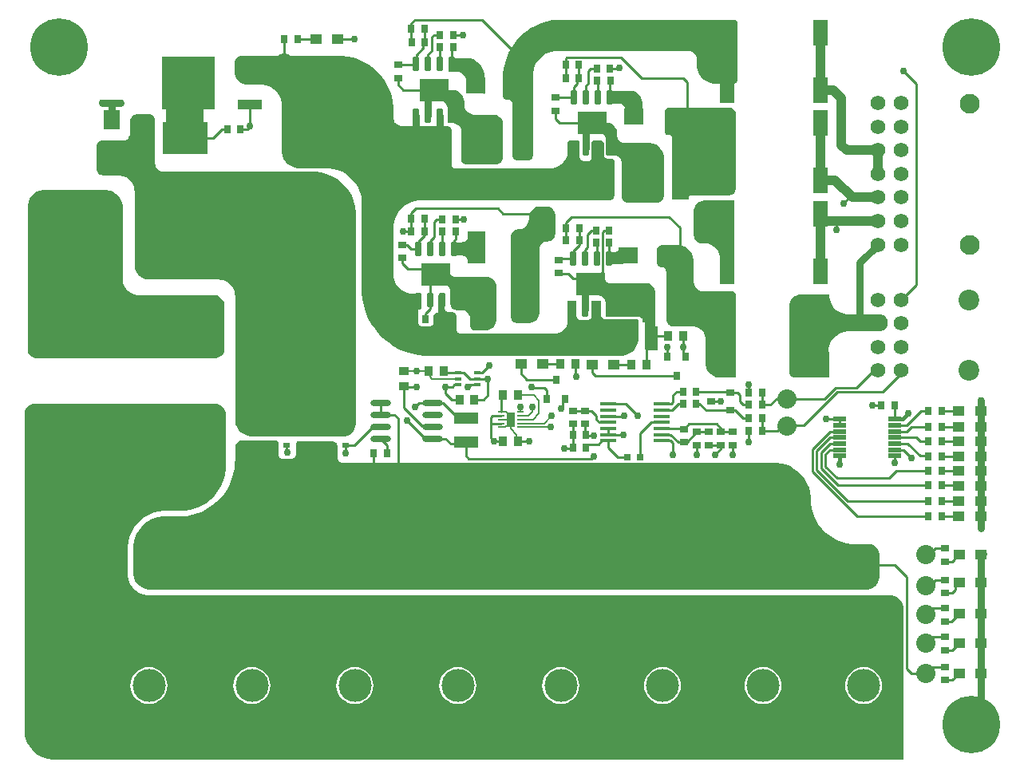
<source format=gtl>
G04*
G04 #@! TF.GenerationSoftware,Altium Limited,Altium Designer,19.1.7 (138)*
G04*
G04 Layer_Physical_Order=1*
G04 Layer_Color=255*
%FSLAX25Y25*%
%MOIN*%
G70*
G01*
G75*
%ADD11C,0.01000*%
%ADD19C,0.03000*%
%ADD20R,0.02559X0.01575*%
%ADD21R,0.03543X0.03937*%
%ADD22R,0.03150X0.03543*%
%ADD23R,0.04921X0.04331*%
%ADD24R,0.03937X0.03543*%
%ADD25R,0.03543X0.02756*%
%ADD26R,0.02756X0.03543*%
%ADD27R,0.06600X0.01400*%
%ADD28R,0.06200X0.11100*%
%ADD29R,0.07874X0.07087*%
%ADD30R,0.03740X0.06693*%
G04:AMPARAMS|DCode=31|XSize=94.49mil|YSize=122.05mil|CornerRadius=1.89mil|HoleSize=0mil|Usage=FLASHONLY|Rotation=270.000|XOffset=0mil|YOffset=0mil|HoleType=Round|Shape=RoundedRectangle|*
%AMROUNDEDRECTD31*
21,1,0.09449,0.11827,0,0,270.0*
21,1,0.09071,0.12205,0,0,270.0*
1,1,0.00378,-0.05913,-0.04535*
1,1,0.00378,-0.05913,0.04535*
1,1,0.00378,0.05913,0.04535*
1,1,0.00378,0.05913,-0.04535*
%
%ADD31ROUNDEDRECTD31*%
G04:AMPARAMS|DCode=32|XSize=23.62mil|YSize=57.09mil|CornerRadius=2.01mil|HoleSize=0mil|Usage=FLASHONLY|Rotation=0.000|XOffset=0mil|YOffset=0mil|HoleType=Round|Shape=RoundedRectangle|*
%AMROUNDEDRECTD32*
21,1,0.02362,0.05307,0,0,0.0*
21,1,0.01961,0.05709,0,0,0.0*
1,1,0.00402,0.00980,-0.02653*
1,1,0.00402,-0.00980,-0.02653*
1,1,0.00402,-0.00980,0.02653*
1,1,0.00402,0.00980,0.02653*
%
%ADD32ROUNDEDRECTD32*%
%ADD33R,0.22441X0.22173*%
%ADD34R,0.10236X0.04173*%
G04:AMPARAMS|DCode=35|XSize=17.72mil|YSize=55.12mil|CornerRadius=1.95mil|HoleSize=0mil|Usage=FLASHONLY|Rotation=90.000|XOffset=0mil|YOffset=0mil|HoleType=Round|Shape=RoundedRectangle|*
%AMROUNDEDRECTD35*
21,1,0.01772,0.05122,0,0,90.0*
21,1,0.01382,0.05512,0,0,90.0*
1,1,0.00390,0.02561,0.00691*
1,1,0.00390,0.02561,-0.00691*
1,1,0.00390,-0.02561,-0.00691*
1,1,0.00390,-0.02561,0.00691*
%
%ADD35ROUNDEDRECTD35*%
%ADD36R,0.10236X0.04724*%
%ADD38R,0.07284X0.13386*%
%ADD39O,0.08661X0.02756*%
%ADD40R,0.06693X0.03740*%
%ADD41R,0.19134X0.13228*%
%ADD42R,0.05512X0.05472*%
%ADD43R,0.07087X0.08268*%
%ADD44R,0.03543X0.03150*%
%ADD45R,0.02559X0.02756*%
%ADD46R,0.34449X0.20472*%
%ADD52R,0.02756X0.00906*%
%ADD83R,0.03600X0.05900*%
%ADD84R,0.02559X0.02480*%
%ADD85C,0.00800*%
%ADD86C,0.04000*%
%ADD87C,0.01700*%
%ADD88C,0.08000*%
%ADD89C,0.06142*%
%ADD90C,0.08661*%
%ADD91C,0.11024*%
%ADD92C,0.13780*%
%ADD93C,0.37402*%
%ADD94C,0.08268*%
%ADD95C,0.24016*%
%ADD96C,0.03000*%
%ADD97C,0.02000*%
%ADD98C,0.03200*%
G36*
X399500Y412000D02*
X399749Y412000D01*
X400208Y411810D01*
X400560Y411458D01*
X400750Y410999D01*
Y410750D01*
X400750Y386930D01*
X400750Y386929D01*
Y386595D01*
X400494Y385978D01*
X400022Y385506D01*
X399405Y385250D01*
X399070D01*
X391750Y385250D01*
X390974Y385250D01*
X389453Y385553D01*
X388019Y386146D01*
X386729Y387008D01*
X385632Y388106D01*
X384770Y389395D01*
X384176Y390829D01*
X383874Y392351D01*
Y393126D01*
X383874Y395093D01*
X383874Y395093D01*
X383855Y395476D01*
X383705Y396228D01*
X383412Y396935D01*
X382987Y397572D01*
X382445Y398113D01*
X381809Y398539D01*
X381101Y398832D01*
X380350Y398981D01*
X379967Y399000D01*
X325754D01*
X325754Y399000D01*
X324740Y398950D01*
X322750Y398554D01*
X320875Y397778D01*
X319188Y396650D01*
X317753Y395215D01*
X316625Y393528D01*
X315849Y391653D01*
X315453Y389663D01*
X315403Y388649D01*
X315403Y355586D01*
X315403Y355586D01*
X315403Y355117D01*
X315044Y354251D01*
X314381Y353587D01*
X313514Y353228D01*
X313045Y353228D01*
X308817Y353228D01*
X308817D01*
X308405Y353228D01*
X307644Y353544D01*
X307061Y354126D01*
X306746Y354887D01*
X306746Y355299D01*
Y377058D01*
X306746Y377058D01*
X306717Y377356D01*
X306489Y377907D01*
X306067Y378329D01*
X305517Y378557D01*
X305218Y378586D01*
X304500Y378586D01*
X304500D01*
X304192Y378586D01*
X303623Y378822D01*
X303188Y379257D01*
X302952Y379826D01*
X302952Y380134D01*
Y387965D01*
X302952Y389146D01*
X303183Y391496D01*
X303644Y393812D01*
X304330Y396072D01*
X305233Y398254D01*
X306347Y400337D01*
X307659Y402300D01*
X309157Y404125D01*
X310826Y405795D01*
X312652Y407294D01*
X314616Y408605D01*
X316698Y409719D01*
X318880Y410622D01*
X321140Y411308D01*
X323456Y411768D01*
X325806Y412000D01*
X326987Y412000D01*
X399500Y412000D01*
X399500Y412000D01*
D02*
G37*
G36*
X233970Y397000D02*
X233970Y397000D01*
X235494Y397000D01*
X238517Y396602D01*
X241461Y395813D01*
X244278Y394647D01*
X246918Y393123D01*
X249336Y391267D01*
X251492Y389111D01*
X253347Y386693D01*
X254871Y384053D01*
X256038Y381237D01*
X256827Y378292D01*
X257225Y375270D01*
X257225Y373745D01*
X257225Y370744D01*
Y370744D01*
X257239Y370451D01*
X257354Y369875D01*
X257578Y369333D01*
X257904Y368845D01*
X258319Y368430D01*
X258807Y368104D01*
X259350Y367879D01*
X259925Y367764D01*
X260219Y367750D01*
X279218Y367750D01*
X279218Y367750D01*
X279666Y367750D01*
X280493Y367407D01*
X281126Y366774D01*
X281469Y365947D01*
X281469Y365499D01*
X281469Y351099D01*
Y351099D01*
X281490Y350885D01*
X281654Y350488D01*
X281957Y350185D01*
X282354Y350021D01*
X282568Y350000D01*
X322563Y350000D01*
X322563D01*
X323289Y350036D01*
X324713Y350319D01*
X326054Y350874D01*
X327261Y351681D01*
X328288Y352708D01*
X329094Y353915D01*
X329650Y355256D01*
X329933Y356680D01*
X329969Y357406D01*
X329969Y360500D01*
D01*
Y360500D01*
Y360500D01*
X329969Y360749D01*
X330159Y361208D01*
X330511Y361560D01*
X330970Y361750D01*
X331219Y361750D01*
X333672Y361750D01*
X333671Y361750D01*
X333920Y361750D01*
X334380Y361560D01*
X334731Y361208D01*
X334922Y360749D01*
X334922Y360500D01*
X334922Y354797D01*
Y354797D01*
X334956Y354447D01*
X335224Y353799D01*
X335720Y353303D01*
X336368Y353035D01*
X336719Y353000D01*
X338468Y353000D01*
X338761Y353029D01*
X339302Y353253D01*
X339716Y353667D01*
X339940Y354208D01*
X339969Y354501D01*
X339969Y360680D01*
D01*
Y360680D01*
Y360680D01*
X339969Y360893D01*
X340131Y361286D01*
X340432Y361587D01*
X340826Y361750D01*
X341038Y361750D01*
X343345Y361750D01*
X343345Y361750D01*
X343679Y361750D01*
X344296Y361494D01*
X344769Y361022D01*
X345025Y360404D01*
X345025Y360070D01*
X345025Y355625D01*
Y355624D01*
X345056Y355308D01*
X345299Y354722D01*
X345747Y354274D01*
X346332Y354031D01*
X346649Y354000D01*
X348219Y354000D01*
X348219Y354000D01*
X348467Y354000D01*
X348927Y353810D01*
X349278Y353458D01*
X349469Y352999D01*
X349469Y352750D01*
X349469Y350000D01*
X349469Y339000D01*
X349469Y339000D01*
X349469Y338503D01*
X349088Y337584D01*
X348385Y336881D01*
X347466Y336500D01*
X346969Y336500D01*
X268245Y336500D01*
X268244Y336500D01*
X267524Y336476D01*
X266095Y336288D01*
X264702Y335915D01*
X263370Y335364D01*
X262122Y334643D01*
X260979Y333765D01*
X259959Y332746D01*
X259082Y331603D01*
X258361Y330354D01*
X257809Y329022D01*
X257436Y327630D01*
X257248Y326201D01*
X257225Y325480D01*
X257225Y305516D01*
Y305516D01*
X257263Y304730D01*
X257570Y303189D01*
X258171Y301737D01*
X259044Y300430D01*
X260155Y299319D01*
X261462Y298446D01*
X262914Y297845D01*
X264455Y297538D01*
X265241Y297500D01*
X267875Y297500D01*
X267875Y297500D01*
X268092Y297500D01*
X268495Y297334D01*
X268803Y297026D01*
X268969Y296624D01*
X268969Y296406D01*
X268969Y292000D01*
X268969Y292000D01*
X268969Y291801D01*
X268816Y291434D01*
X268535Y291152D01*
X268168Y291000D01*
X267969Y291000D01*
X267969Y291000D01*
X267871Y290990D01*
X267691Y290916D01*
X267553Y290778D01*
X267478Y290598D01*
X267469Y290500D01*
Y285500D01*
Y285500D01*
X267497Y285207D01*
X267721Y284666D01*
X268135Y284252D01*
X268676Y284029D01*
X268969Y284000D01*
X272319D01*
X272641Y284031D01*
X273236Y284277D01*
X273692Y284732D01*
X273938Y285328D01*
X273969Y285650D01*
X273969Y288256D01*
X273969Y288256D01*
X273968Y288506D01*
X274159Y288968D01*
X274513Y289322D01*
X274975Y289512D01*
X275225Y289512D01*
X275225Y289512D01*
X275349Y289524D01*
X275580Y289618D01*
X275756Y289795D01*
X275851Y290025D01*
X275863Y290150D01*
X275863Y296574D01*
X275863Y296574D01*
X275862Y296828D01*
X276056Y297296D01*
X276414Y297655D01*
X276883Y297848D01*
X277136Y297848D01*
X277136Y297848D01*
X277401Y297848D01*
X277891Y297645D01*
X278267Y297270D01*
X278469Y296780D01*
X278469Y296515D01*
X278469Y291500D01*
Y291500D01*
X278497Y291207D01*
X278721Y290666D01*
X279135Y290252D01*
X279676Y290029D01*
X279969Y290000D01*
X281469Y290000D01*
X281469Y290000D01*
X281867Y290000D01*
X282602Y289696D01*
X283165Y289133D01*
X283469Y288398D01*
X283469Y288000D01*
X283469Y282544D01*
Y282544D01*
X283499Y282238D01*
X283733Y281673D01*
X284165Y281240D01*
X284731Y281006D01*
X285036Y280976D01*
X324445D01*
X324445Y280976D01*
X324987Y281003D01*
X326049Y281213D01*
X327050Y281628D01*
X327950Y282229D01*
X328716Y282995D01*
X329317Y283896D01*
X329732Y284896D01*
X329942Y285959D01*
X329969Y286500D01*
X329969Y294500D01*
X333469D01*
X333469Y288575D01*
Y288575D01*
X333505Y288206D01*
X333787Y287525D01*
X334309Y287003D01*
X334990Y286721D01*
X335359Y286685D01*
X338154D01*
X338508Y286719D01*
X339163Y286990D01*
X339664Y287491D01*
X339934Y288146D01*
X339969Y288500D01*
X339969Y294500D01*
X343799D01*
X343799Y288769D01*
Y288769D01*
X343833Y288423D01*
X344097Y287786D01*
X344585Y287298D01*
X345223Y287034D01*
X345568Y287000D01*
X358469Y287000D01*
X358469Y287000D01*
X358668Y287000D01*
X359036Y286848D01*
X359317Y286567D01*
X359469Y286199D01*
X359469Y286000D01*
X359469Y279043D01*
X359469Y279043D01*
X359469Y278325D01*
X359189Y276916D01*
X358639Y275589D01*
X357840Y274394D01*
X356825Y273378D01*
X355630Y272580D01*
X354303Y272030D01*
X352894Y271750D01*
X352175Y271750D01*
X271355Y271750D01*
Y271750D01*
X270009Y271750D01*
X267332Y272014D01*
X264692Y272539D01*
X262118Y273320D01*
X259632Y274349D01*
X257259Y275618D01*
X255021Y277113D01*
X252941Y278820D01*
X251039Y280722D01*
X249332Y282802D01*
X247837Y285040D01*
X246568Y287413D01*
X245539Y289899D01*
X244758Y292474D01*
X244233Y295113D01*
X243969Y297791D01*
Y299136D01*
X243969Y335251D01*
X243968Y335250D01*
X243936Y336215D01*
X243685Y338128D01*
X243186Y339991D01*
X242448Y341774D01*
X241483Y343445D01*
X240309Y344975D01*
X238945Y346340D01*
X237414Y347514D01*
X235743Y348479D01*
X233961Y349217D01*
X232097Y349717D01*
X230184Y349968D01*
X229220Y350000D01*
X217812D01*
X217089Y350000D01*
X215670Y350282D01*
X214334Y350836D01*
X213131Y351640D01*
X212108Y352663D01*
X211304Y353866D01*
X210751Y355202D01*
X210469Y356621D01*
X210469Y357345D01*
X210469Y376250D01*
X210468Y376250D01*
X210426Y377107D01*
X210092Y378789D01*
X209435Y380374D01*
X208483Y381801D01*
X207270Y383014D01*
X205843Y383967D01*
X204259Y384623D01*
X202576Y384958D01*
X201719Y385000D01*
X195969Y385000D01*
X195969Y385000D01*
X195460D01*
X194462Y385199D01*
X193522Y385588D01*
X192675Y386154D01*
X191956Y386873D01*
X191391Y387719D01*
X191001Y388659D01*
X190803Y389657D01*
Y390166D01*
Y393834D01*
X190803Y393833D01*
X190803Y394145D01*
X190924Y394757D01*
X191163Y395333D01*
X191509Y395852D01*
X191950Y396293D01*
X192469Y396640D01*
X193045Y396879D01*
X193657Y397000D01*
X193969Y397000D01*
X210469Y397000D01*
X233970Y397000D01*
D02*
G37*
G36*
X287354Y396072D02*
X288116Y396072D01*
X289610Y395775D01*
X291018Y395192D01*
X292285Y394345D01*
X293362Y393268D01*
X294208Y392001D01*
X294791Y390594D01*
X295089Y389100D01*
X295089Y388338D01*
X295089Y388338D01*
X295089Y381087D01*
X287500Y385250D01*
X287500Y386164D01*
X287480Y386572D01*
X287321Y387371D01*
X287009Y388124D01*
X286556Y388801D01*
X285980Y389377D01*
X285303Y389830D01*
X284550Y390142D01*
X283751Y390301D01*
X283343Y390321D01*
X283343Y390321D01*
X280028Y390321D01*
Y396072D01*
X287354Y396072D01*
D02*
G37*
G36*
X398937Y374877D02*
X399627Y374187D01*
X400000Y373286D01*
X400000Y372798D01*
X400000Y341400D01*
X400000Y341400D01*
X400000Y341139D01*
X399898Y340627D01*
X399698Y340145D01*
X399408Y339711D01*
X399039Y339342D01*
X398605Y339052D01*
X398123Y338853D01*
X397611Y338751D01*
X397350D01*
X381186Y338751D01*
X381186Y338751D01*
X381042Y338737D01*
X380777Y338627D01*
X380574Y338423D01*
X380464Y338158D01*
X380450Y338015D01*
Y336958D01*
X373617D01*
X373617Y362484D01*
X373617Y362484D01*
X373586Y362795D01*
X373348Y363368D01*
X372909Y363808D01*
X372336Y364045D01*
X372025Y364076D01*
X371453Y364076D01*
X371453Y364076D01*
X371264D01*
X370913Y364221D01*
X370645Y364489D01*
X370500Y364840D01*
X370500Y365029D01*
Y373576D01*
X370500Y373576D01*
X370500Y373909D01*
X370755Y374524D01*
X371226Y374995D01*
X371841Y375250D01*
X372174Y375250D01*
X397548Y375250D01*
X397548Y375250D01*
X398036Y375250D01*
X398937Y374877D01*
D02*
G37*
G36*
X156416Y372119D02*
X157119Y371416D01*
X157500Y370497D01*
X157500Y370000D01*
X157500Y370000D01*
Y352266D01*
X157518Y351900D01*
X157661Y351182D01*
X157941Y350506D01*
X158348Y349897D01*
X158865Y349379D01*
X159474Y348973D01*
X160151Y348692D01*
X160869Y348550D01*
X161235Y348532D01*
X161235D01*
X223468Y348532D01*
X224650Y348532D01*
X226994Y348223D01*
X229277Y347611D01*
X231461Y346707D01*
X233508Y345525D01*
X235383Y344086D01*
X237054Y342414D01*
X238493Y340539D01*
X239675Y338492D01*
X240580Y336309D01*
X241192Y334025D01*
X241500Y331682D01*
X241500Y330500D01*
X241500Y330500D01*
X241500Y243331D01*
Y242806D01*
X241295Y241776D01*
X240893Y240806D01*
X240310Y239933D01*
X239567Y239190D01*
X238694Y238607D01*
X237724Y238205D01*
X236694Y238000D01*
X236169D01*
Y238000D01*
X216652Y238000D01*
X198184Y238000D01*
X197477Y238000D01*
X196089Y238276D01*
X194781Y238818D01*
X193605Y239604D01*
X192604Y240604D01*
X191818Y241781D01*
X191276Y243089D01*
X191000Y244477D01*
X191000Y245184D01*
X191000Y245184D01*
X191000Y296500D01*
X190967Y297180D01*
X190701Y298515D01*
X190181Y299772D01*
X189425Y300903D01*
X188462Y301866D01*
X187331Y302621D01*
X186074Y303142D01*
X184739Y303408D01*
X184059Y303441D01*
X184059Y303441D01*
X155234Y303441D01*
X154620Y303441D01*
X153416Y303680D01*
X152281Y304150D01*
X151260Y304833D01*
X150392Y305701D01*
X149709Y306722D01*
X149240Y307857D01*
X149000Y309061D01*
X149000Y309675D01*
Y309675D01*
X149000Y340303D01*
X148968Y340959D01*
X148712Y342247D01*
X148209Y343460D01*
X147480Y344551D01*
X146551Y345480D01*
X145460Y346209D01*
X144247Y346711D01*
X142959Y346968D01*
X142303Y347000D01*
X142303Y347000D01*
X136000Y347000D01*
X135705Y347000D01*
X135125Y347115D01*
X134579Y347341D01*
X134088Y347670D01*
X133670Y348088D01*
X133341Y348579D01*
X133115Y349125D01*
X133000Y349704D01*
X133000Y350000D01*
Y350000D01*
Y359000D01*
Y359497D01*
X133381Y360416D01*
X134084Y361119D01*
X135003Y361500D01*
X135500D01*
X135500Y361500D01*
X144500Y361500D01*
X144988Y361548D01*
X145889Y361921D01*
X146579Y362611D01*
X146952Y363512D01*
X147000Y364000D01*
X147000Y364000D01*
X147000Y369500D01*
Y369795D01*
X147115Y370375D01*
X147341Y370921D01*
X147670Y371412D01*
X148088Y371830D01*
X148579Y372159D01*
X149125Y372385D01*
X149704Y372500D01*
X150000D01*
X150000Y372500D01*
X155000Y372500D01*
X155497Y372500D01*
X156416Y372119D01*
D02*
G37*
G36*
X355969Y382356D02*
X355969Y382356D01*
X356476Y382356D01*
X357469Y382158D01*
X358405Y381771D01*
X359247Y381208D01*
X359963Y380492D01*
X360526Y379650D01*
X360913Y378714D01*
X361111Y377721D01*
Y377214D01*
Y368228D01*
X353883D01*
X353883Y374833D01*
X353883D01*
X353841Y375256D01*
X353518Y376037D01*
X352920Y376635D01*
X352139Y376958D01*
X351716Y377000D01*
X347250Y377000D01*
X347500Y382356D01*
X355969Y382356D01*
D02*
G37*
G36*
X177750Y366797D02*
X162000D01*
Y376500D01*
X177750D01*
Y366797D01*
D02*
G37*
G36*
X281569Y382750D02*
X282078Y382750D01*
X283078Y382551D01*
X284019Y382161D01*
X284867Y381595D01*
X285587Y380874D01*
X286153Y380027D01*
X286543Y379086D01*
X286742Y378086D01*
Y377577D01*
X286742Y376620D01*
X286742Y376619D01*
X286763Y376190D01*
X286930Y375349D01*
X287259Y374557D01*
X287735Y373844D01*
X288342Y373238D01*
X289055Y372761D01*
X289847Y372433D01*
X290688Y372266D01*
X291117Y372245D01*
X299060D01*
X299060Y372245D01*
X299444Y372245D01*
X300195Y372095D01*
X300904Y371802D01*
X301541Y371376D01*
X302083Y370834D01*
X302509Y370197D01*
X302802Y369488D01*
X302952Y368736D01*
X302952Y368353D01*
X302952Y354805D01*
X302952Y354805D01*
X302952Y354479D01*
X302825Y353841D01*
X302576Y353239D01*
X302214Y352698D01*
X301754Y352238D01*
X301213Y351876D01*
X300611Y351627D01*
X299973Y351500D01*
X299647Y351500D01*
X287437D01*
X287437Y351500D01*
X287055Y351500D01*
X286350Y351792D01*
X285810Y352332D01*
X285518Y353037D01*
X285518Y353418D01*
X285518Y365272D01*
X285518Y365271D01*
X285501Y365622D01*
X285364Y366309D01*
X285096Y366956D01*
X284707Y367538D01*
X284212Y368034D01*
X283630Y368423D01*
X282983Y368691D01*
X282296Y368827D01*
X281945Y368845D01*
X280906Y368845D01*
X280905D01*
X280662Y368845D01*
X280212Y369031D01*
X279868Y369375D01*
X279681Y369825D01*
X279681Y370069D01*
Y375571D01*
X279681Y375571D01*
X279634Y376052D01*
X279266Y376940D01*
X278586Y377620D01*
X277698Y377988D01*
X277217Y378036D01*
X276416Y378036D01*
Y382750D01*
X281569D01*
X281569Y382750D01*
D02*
G37*
G36*
X138725Y340714D02*
X140080Y340152D01*
X141300Y339337D01*
X142337Y338300D01*
X143152Y337080D01*
X143714Y335725D01*
X144000Y334286D01*
X144000Y333553D01*
X144000Y333553D01*
X144000Y303800D01*
X144033Y303133D01*
X144293Y301826D01*
X144803Y300594D01*
X145543Y299486D01*
X146486Y298544D01*
X147594Y297803D01*
X148826Y297293D01*
X150133Y297033D01*
X150800Y297000D01*
X150800Y297000D01*
X182097Y297000D01*
X182531Y297000D01*
X183381Y296831D01*
X184183Y296499D01*
X184904Y296017D01*
X185517Y295404D01*
X185999Y294683D01*
X186331Y293881D01*
X186500Y293031D01*
X186500Y292597D01*
X186500Y292597D01*
X186500Y274357D01*
X186500Y273999D01*
X186360Y273296D01*
X186086Y272635D01*
X185688Y272039D01*
X185182Y271532D01*
X184586Y271134D01*
X183924Y270860D01*
X183222Y270721D01*
X182863Y270721D01*
X182863D01*
X107780Y270721D01*
X107457D01*
X106823Y270847D01*
X106226Y271094D01*
X105689Y271453D01*
X105232Y271909D01*
X104873Y272447D01*
X104626Y273043D01*
X104500Y273677D01*
Y274000D01*
X104500D01*
Y334000D01*
Y334689D01*
X104769Y336042D01*
X105297Y337316D01*
X106063Y338462D01*
X107038Y339437D01*
X108184Y340203D01*
X109458Y340731D01*
X110810Y341000D01*
X111500D01*
X111500Y341000D01*
X124000Y341000D01*
X136553Y341000D01*
X137286Y341000D01*
X138725Y340714D01*
D02*
G37*
G36*
X399350Y312228D02*
X393500Y312228D01*
X393500Y312228D01*
X393465Y312894D01*
X393189Y314196D01*
X392647Y315412D01*
X391865Y316490D01*
X390876Y317381D01*
X389724Y318047D01*
X388458Y318460D01*
X387134Y318600D01*
X386468Y318566D01*
X386077Y318566D01*
X385311Y318718D01*
X384589Y319017D01*
X383939Y319451D01*
X383386Y320004D01*
X382951Y320654D01*
X382652Y321376D01*
X382500Y322143D01*
X382500Y322534D01*
Y331810D01*
X382500Y331810D01*
X382500Y332272D01*
X382680Y333178D01*
X383034Y334031D01*
X383547Y334800D01*
X384200Y335453D01*
X384968Y335966D01*
X385822Y336320D01*
X386728Y336500D01*
X387190Y336500D01*
X399500Y336500D01*
X399350Y312228D01*
D02*
G37*
G36*
X346169Y369000D02*
X346169Y369000D01*
X346607Y369000D01*
X347465Y368829D01*
X348273Y368494D01*
X349001Y368008D01*
X349619Y367390D01*
X350106Y366662D01*
X350440Y365854D01*
X350611Y364996D01*
Y364558D01*
X350611Y363517D01*
X350611Y363517D01*
X350625Y363233D01*
X350736Y362677D01*
X350953Y362153D01*
X351268Y361682D01*
X351669Y361281D01*
X352140Y360966D01*
X352664Y360749D01*
X353220Y360638D01*
X353504Y360624D01*
X363671D01*
X363671Y360624D01*
X364300Y360624D01*
X365535Y360379D01*
X366699Y359897D01*
X367746Y359197D01*
X368636Y358307D01*
X369335Y357260D01*
X369817Y356097D01*
X370063Y354862D01*
Y354232D01*
X370063Y338666D01*
X370063Y338666D01*
X370063Y338349D01*
X369939Y337729D01*
X369697Y337144D01*
X369346Y336618D01*
X368898Y336170D01*
X368372Y335819D01*
X367787Y335576D01*
X367167Y335453D01*
X366850Y335453D01*
X355237Y335453D01*
X355237Y335453D01*
X354956Y335453D01*
X354403Y335563D01*
X353883Y335778D01*
X353415Y336091D01*
X353016Y336490D01*
X352703Y336958D01*
X352488Y337478D01*
X352378Y338031D01*
X352378Y338312D01*
X352378Y352507D01*
X352378Y352507D01*
X352365Y352776D01*
X352260Y353303D01*
X352054Y353800D01*
X351755Y354247D01*
X351375Y354627D01*
X350928Y354926D01*
X350431Y355132D01*
X349904Y355237D01*
X349635Y355250D01*
X346614Y355250D01*
X346473D01*
X346213Y355358D01*
X346014Y355557D01*
X345907Y355817D01*
X345907Y355957D01*
X345907Y361494D01*
X345907Y362393D01*
X345907Y362393D01*
X345871Y362755D01*
X345594Y363425D01*
X345082Y363937D01*
X344412Y364214D01*
X344050Y364250D01*
X343543Y364250D01*
Y369000D01*
X346169Y369000D01*
D02*
G37*
G36*
X320968Y334032D02*
X321340Y334032D01*
X322070Y333887D01*
X322758Y333602D01*
X323377Y333188D01*
X323903Y332662D01*
X324317Y332043D01*
X324602Y331355D01*
X324747Y330625D01*
X324747Y330253D01*
X324747Y323004D01*
X324747Y323004D01*
Y322638D01*
X324604Y321920D01*
X324324Y321244D01*
X323918Y320635D01*
X323400Y320117D01*
X322791Y319711D01*
X322115Y319431D01*
X321397Y319288D01*
X321031D01*
X321031Y319288D01*
X320734Y319273D01*
X320151Y319157D01*
X319602Y318930D01*
X319108Y318600D01*
X318688Y318180D01*
X318358Y317686D01*
X318130Y317137D01*
X318015Y316554D01*
X318000Y316257D01*
X318000Y289644D01*
X318000Y289644D01*
Y289219D01*
X317834Y288385D01*
X317509Y287599D01*
X317036Y286893D01*
X316435Y286291D01*
X315728Y285819D01*
X314943Y285494D01*
X314109Y285328D01*
X310671D01*
X308849Y285367D01*
X308849D01*
X308567Y285373D01*
X308014Y285493D01*
X307495Y285718D01*
X307029Y286039D01*
X306633Y286443D01*
X306323Y286916D01*
X306109Y287440D01*
X306000Y287995D01*
X306000Y288278D01*
X306000Y321158D01*
Y321487D01*
X306128Y322133D01*
X306380Y322741D01*
X306746Y323288D01*
X307212Y323754D01*
X307759Y324120D01*
X308367Y324372D01*
X309013Y324500D01*
X309342D01*
X309342Y324500D01*
X309775Y324521D01*
X310624Y324690D01*
X311424Y325021D01*
X312144Y325501D01*
X312757Y326113D01*
X313238Y326832D01*
X313571Y327631D01*
X313741Y328480D01*
X313763Y328913D01*
X313764Y329527D01*
X313764Y329527D01*
X313765Y329971D01*
X313939Y330841D01*
X314280Y331662D01*
X314774Y332399D01*
X315403Y333027D01*
X316142Y333520D01*
X316962Y333859D01*
X317833Y334032D01*
X318277Y334032D01*
X320968Y334032D01*
X320968Y334032D01*
D02*
G37*
G36*
X292000Y310500D02*
X288475D01*
X288475Y310500D01*
X288460Y310794D01*
X288346Y311371D01*
X288121Y311914D01*
X287794Y312403D01*
X287378Y312819D01*
X286889Y313146D01*
X286346Y313371D01*
X285769Y313486D01*
X285475Y313500D01*
X282414Y313500D01*
X282394Y319000D01*
X285197Y319000D01*
D01*
X285197D01*
X285197D01*
X285518Y319016D01*
X286149Y319141D01*
X286742Y319387D01*
X287277Y319744D01*
X287731Y320198D01*
X288088Y320733D01*
X288334Y321326D01*
X288459Y321956D01*
X288475Y322278D01*
X292000Y322278D01*
Y310500D01*
D02*
G37*
G36*
X375500Y318000D02*
X376189Y318000D01*
X377542Y317731D01*
X378816Y317203D01*
X379962Y316437D01*
X380937Y315462D01*
X381703Y314316D01*
X382231Y313042D01*
X382500Y311689D01*
X382500Y311000D01*
X382500Y311000D01*
X382500Y302733D01*
X382520Y302318D01*
X382682Y301504D01*
X383000Y300738D01*
X383461Y300048D01*
X384048Y299461D01*
X384738Y299000D01*
X385504Y298682D01*
X386318Y298520D01*
X386733Y298500D01*
X386733D01*
X398500Y298500D01*
X398798Y298500D01*
X399350Y298272D01*
X399772Y297850D01*
X400000Y297298D01*
X400000Y297000D01*
X400000Y297000D01*
X400000Y264500D01*
Y264102D01*
X399695Y263367D01*
X399133Y262805D01*
X398398Y262500D01*
X398000Y262500D01*
X393500D01*
X392909Y262500D01*
X391750Y262731D01*
X390658Y263183D01*
X389675Y263840D01*
X388840Y264675D01*
X388183Y265658D01*
X387731Y266750D01*
X387500Y267909D01*
X387500Y268500D01*
Y268500D01*
X387500Y278730D01*
X387475Y279237D01*
X387278Y280230D01*
X386890Y281165D01*
X386327Y282007D01*
X385611Y282723D01*
X384769Y283286D01*
X383834Y283674D01*
X382840Y283871D01*
X382334Y283896D01*
X382334Y283896D01*
X374251Y283896D01*
X373931Y283896D01*
X373303Y284021D01*
X372711Y284266D01*
X372179Y284622D01*
X371726Y285075D01*
X371370Y285607D01*
X371125Y286199D01*
X371000Y286827D01*
Y287147D01*
Y287147D01*
X371000Y307000D01*
X370971Y307293D01*
X370747Y307833D01*
X370333Y308247D01*
X369793Y308471D01*
X369500Y308500D01*
X369500Y308500D01*
X369049D01*
X368216Y308845D01*
X367578Y309483D01*
X367233Y310316D01*
Y310767D01*
Y310767D01*
X367233Y315733D01*
Y316184D01*
X367579Y317017D01*
X368216Y317655D01*
X369049Y318000D01*
X369500Y318000D01*
X369500Y318000D01*
X375500Y318000D01*
D02*
G37*
G36*
X353000Y309899D02*
X347000D01*
Y315000D01*
X349500Y315000D01*
X349890Y315038D01*
X350611Y315337D01*
X351163Y315889D01*
X351462Y316610D01*
X351500Y317000D01*
X351500Y317000D01*
X353000Y317000D01*
Y309899D01*
D02*
G37*
G36*
X439022Y297250D02*
X439062Y296422D01*
X439386Y294799D01*
X440019Y293269D01*
X440939Y291893D01*
X442109Y290722D01*
X443486Y289803D01*
X445015Y289169D01*
X446639Y288846D01*
X447466Y288805D01*
X460444D01*
X460444Y288805D01*
X460745Y288805D01*
X461336Y288688D01*
X461892Y288458D01*
X462392Y288123D01*
X462818Y287698D01*
X463152Y287197D01*
X463383Y286641D01*
X463500Y286051D01*
Y285750D01*
X463500Y285092D01*
X463500Y285092D01*
X463500Y284787D01*
X463381Y284190D01*
X463148Y283627D01*
X462810Y283121D01*
X462379Y282690D01*
X461873Y282352D01*
X461310Y282119D01*
X460713Y282000D01*
X460408Y282000D01*
X447520Y282000D01*
X447520Y282000D01*
X446677Y281959D01*
X445025Y281630D01*
X443469Y280985D01*
X442069Y280049D01*
X440878Y278858D01*
X439942Y277458D01*
X439297Y275902D01*
X438969Y274250D01*
X438927Y273407D01*
X438927Y262731D01*
X439022Y262615D01*
X424896Y262615D01*
X424896D01*
X424419Y262615D01*
X423539Y262980D01*
X422865Y263654D01*
X422500Y264534D01*
X422500Y265011D01*
X422500Y292704D01*
X422500Y293142D01*
X422671Y294001D01*
X423006Y294810D01*
X423492Y295538D01*
X424111Y296157D01*
X424839Y296643D01*
X425649Y296978D01*
X426508Y297149D01*
X426945Y297149D01*
X439022Y297250D01*
Y297250D01*
D02*
G37*
G36*
X280882Y306516D02*
X280882Y306516D01*
X280921Y306122D01*
X281222Y305396D01*
X281778Y304840D01*
X282505Y304539D01*
X282898Y304500D01*
X296382Y304500D01*
X296382Y304500D01*
X296738Y304500D01*
X297437Y304361D01*
X298096Y304088D01*
X298688Y303692D01*
X299192Y303188D01*
X299588Y302596D01*
X299861Y301938D01*
X300000Y301239D01*
Y300882D01*
X300000Y286655D01*
X299999Y286654D01*
X299999Y286234D01*
X299836Y285411D01*
X299514Y284635D01*
X299048Y283937D01*
X298454Y283343D01*
X297756Y282876D01*
X296980Y282555D01*
X296156Y282391D01*
X295736D01*
X291104Y282391D01*
X291104D01*
X290686Y282391D01*
X289912Y282712D01*
X289320Y283304D01*
X289000Y284077D01*
X289000Y284496D01*
X289000Y287644D01*
X289000D01*
X288985Y287942D01*
X288869Y288528D01*
X288641Y289079D01*
X288309Y289575D01*
X287887Y289997D01*
X287391Y290328D01*
X286840Y290557D01*
X286255Y290673D01*
X285956Y290688D01*
X283613Y290688D01*
X283613D01*
X283344Y290688D01*
X282817Y290793D01*
X282320Y290999D01*
X281872Y291297D01*
X281492Y291678D01*
X281193Y292125D01*
X280987Y292622D01*
X280882Y293150D01*
X280882Y293419D01*
Y298960D01*
X280882Y298960D01*
X280845Y299335D01*
X280558Y300028D01*
X280028Y300558D01*
X279335Y300845D01*
X278960Y300882D01*
X278960Y307000D01*
X280882D01*
X280882Y306516D01*
D02*
G37*
G36*
X345500Y304352D02*
X345546Y303881D01*
X345907Y303011D01*
X346573Y302344D01*
X347443Y301984D01*
X347914Y301938D01*
X362562D01*
X362562Y301937D01*
X362944Y301938D01*
X363693Y301789D01*
X364398Y301497D01*
X365032Y301073D01*
X365572Y300533D01*
X365996Y299898D01*
X366288Y299193D01*
X366437Y298445D01*
X366437Y298063D01*
X366437Y284563D01*
Y284563D01*
X366449Y284441D01*
X366543Y284215D01*
X366715Y284042D01*
X366941Y283949D01*
X367063Y283937D01*
X367063Y283937D01*
X367174Y283937D01*
X367380Y283852D01*
X367537Y283695D01*
X367622Y283489D01*
X367622Y283378D01*
X367622Y275122D01*
X367622Y275122D01*
Y274858D01*
X367420Y274371D01*
X367047Y273997D01*
X366559Y273796D01*
X366296D01*
X363681Y273796D01*
X363347D01*
X362729Y274051D01*
X362256Y274524D01*
X362000Y275142D01*
Y275476D01*
X362000Y285000D01*
X362000Y285000D01*
X361985Y285294D01*
X361871Y285871D01*
X361646Y286414D01*
X361319Y286903D01*
X360903Y287319D01*
X360414Y287646D01*
X359871Y287871D01*
X359294Y287985D01*
X359000Y288000D01*
X345756Y288000D01*
X345756Y293744D01*
X345756D01*
X345741Y294046D01*
X345623Y294639D01*
X345392Y295198D01*
X345056Y295700D01*
X344629Y296128D01*
X344126Y296464D01*
X343567Y296695D01*
X342975Y296813D01*
X342672Y296828D01*
X342500Y296828D01*
Y305500D01*
X345500D01*
Y304352D01*
D02*
G37*
G36*
X183000Y251500D02*
X183394D01*
X184167Y251346D01*
X184895Y251045D01*
X185550Y250607D01*
X186107Y250050D01*
X186545Y249395D01*
X186846Y248667D01*
X186986Y247963D01*
X187000Y247503D01*
Y247500D01*
X187000Y247500D01*
X187000Y247500D01*
X187000Y225500D01*
X187000Y224287D01*
X186683Y221883D01*
X186056Y219541D01*
X185128Y217300D01*
X183915Y215200D01*
X182439Y213276D01*
X180724Y211561D01*
X178800Y210085D01*
X176700Y208872D01*
X174459Y207944D01*
X172117Y207316D01*
X169712Y207000D01*
X168994Y207000D01*
X168500Y207000D01*
X168500Y207000D01*
X168500Y207000D01*
X162262Y207000D01*
X161198Y206965D01*
X159090Y206688D01*
X157035Y206137D01*
X155069Y205323D01*
X153227Y204259D01*
X151540Y202964D01*
X150036Y201460D01*
X148740Y199773D01*
X147677Y197930D01*
X146863Y195965D01*
X146312Y193910D01*
X146035Y191801D01*
X146000Y190738D01*
X146000D01*
X146000Y190738D01*
X146000Y180791D01*
X146045Y179880D01*
X146400Y178094D01*
X147097Y176411D01*
X148109Y174897D01*
X149397Y173609D01*
X150911Y172597D01*
X152594Y171900D01*
X154380Y171545D01*
X155291Y171500D01*
X155291Y171500D01*
X465000Y171500D01*
X465492D01*
X466458Y171308D01*
X467368Y170931D01*
X468187Y170384D01*
X468884Y169687D01*
X469431Y168868D01*
X469808Y167958D01*
X470000Y166992D01*
Y166500D01*
X470000Y166500D01*
X470000Y166500D01*
Y103000D01*
X114681D01*
X113056Y103214D01*
X111473Y103638D01*
X109959Y104265D01*
X108540Y105084D01*
X107240Y106082D01*
X106082Y107240D01*
X105084Y108540D01*
X104265Y109959D01*
X103638Y111473D01*
X103214Y113056D01*
X103000Y114681D01*
Y115500D01*
X103000D01*
X103000Y247500D01*
X103000Y247894D01*
X103154Y248667D01*
X103455Y249395D01*
X103893Y250050D01*
X104450Y250607D01*
X105105Y251045D01*
X105833Y251346D01*
X106606Y251500D01*
X107000Y251500D01*
X107000Y251500D01*
X183000Y251500D01*
D02*
G37*
G36*
X208622Y236240D02*
X208867Y235994D01*
X209000Y235673D01*
X209000Y235500D01*
X209000Y235500D01*
Y230500D01*
X209038Y230110D01*
X209337Y229389D01*
X209889Y228837D01*
X210610Y228538D01*
X211000Y228500D01*
X211000Y228500D01*
X214500Y228500D01*
X214890Y228538D01*
X215611Y228837D01*
X216163Y229389D01*
X216461Y230110D01*
X216500Y230500D01*
X216500Y230500D01*
Y235000D01*
Y235199D01*
X216652Y235566D01*
X216933Y235848D01*
X217301Y236000D01*
X217499D01*
X217500Y236000D01*
X231500Y236000D01*
X231975Y236000D01*
X232854Y235636D01*
X233526Y234964D01*
X233890Y234085D01*
X233890Y233610D01*
X233890Y233610D01*
Y229008D01*
X233928Y228616D01*
X234228Y227892D01*
X234782Y227338D01*
X235506Y227039D01*
X235898Y227000D01*
X235898D01*
X416000Y227000D01*
X417016Y227000D01*
X419030Y226735D01*
X420993Y226209D01*
X422870Y225431D01*
X424630Y224415D01*
X426242Y223179D01*
X427678Y221742D01*
X428915Y220130D01*
X429931Y218370D01*
X430709Y216493D01*
X431235Y214530D01*
X431500Y212516D01*
X431500Y211500D01*
X431500Y211500D01*
X431540Y210290D01*
X431855Y207891D01*
X432482Y205553D01*
X433408Y203318D01*
X434618Y201222D01*
X436091Y199302D01*
X437802Y197591D01*
X439722Y196118D01*
X441818Y194908D01*
X444053Y193982D01*
X446391Y193356D01*
X448790Y193040D01*
X450000Y193000D01*
X450000D01*
X455500Y193000D01*
X455943Y193000D01*
X456813Y192827D01*
X457632Y192488D01*
X458369Y191995D01*
X458995Y191369D01*
X459488Y190631D01*
X459827Y189813D01*
X460000Y188943D01*
X460000Y188500D01*
X460000Y188500D01*
X460000Y179500D01*
X460000Y178958D01*
X459789Y177896D01*
X459374Y176895D01*
X458772Y175994D01*
X458006Y175228D01*
X457105Y174626D01*
X456104Y174211D01*
X455042Y174000D01*
X454500Y174000D01*
X454500D01*
X155500Y174000D01*
X154811Y174000D01*
X153458Y174269D01*
X152184Y174797D01*
X151038Y175563D01*
X150063Y176538D01*
X149297Y177684D01*
X148769Y178958D01*
X148500Y180310D01*
X148500Y181000D01*
Y181000D01*
X148500Y191500D01*
Y192352D01*
X148722Y194042D01*
X149163Y195688D01*
X149816Y197262D01*
X150668Y198738D01*
X151705Y200090D01*
X152910Y201295D01*
X154262Y202332D01*
X155738Y203184D01*
X157312Y203836D01*
X158958Y204278D01*
X160648Y204500D01*
X161500D01*
X161500Y204500D01*
X167500D01*
X168653Y204528D01*
X170948Y204754D01*
X173210Y205204D01*
X175417Y205874D01*
X177548Y206756D01*
X179581Y207843D01*
X181499Y209125D01*
X183282Y210588D01*
X184912Y212218D01*
X186375Y214001D01*
X187657Y215919D01*
X188744Y217952D01*
X189626Y220083D01*
X190296Y222290D01*
X190746Y224552D01*
X190972Y226847D01*
X191000Y228000D01*
X191000Y228000D01*
X191000Y233441D01*
Y233730D01*
X191113Y234296D01*
X191334Y234830D01*
X191655Y235310D01*
X192063Y235718D01*
X192543Y236039D01*
X193077Y236260D01*
X193643Y236373D01*
X193932Y236373D01*
X208127Y236373D01*
X208301D01*
X208622Y236240D01*
D02*
G37*
%LPC*%
G36*
X338468Y353000D02*
D01*
X338468D01*
X338468D01*
D02*
G37*
G36*
X422500Y292704D02*
Y292704D01*
D01*
Y292704D01*
D02*
G37*
G36*
X453500Y141585D02*
X451993Y141437D01*
X450543Y140997D01*
X449207Y140283D01*
X448036Y139322D01*
X447075Y138151D01*
X446361Y136815D01*
X445922Y135366D01*
X445773Y133858D01*
X445922Y132351D01*
X446361Y130901D01*
X447075Y129565D01*
X448036Y128394D01*
X449207Y127434D01*
X450543Y126719D01*
X451993Y126280D01*
X453500Y126131D01*
X455008Y126280D01*
X456457Y126719D01*
X457793Y127434D01*
X458964Y128394D01*
X459925Y129565D01*
X460639Y130901D01*
X461079Y132351D01*
X461227Y133858D01*
X461079Y135366D01*
X460639Y136815D01*
X459925Y138151D01*
X458964Y139322D01*
X457793Y140283D01*
X456457Y140997D01*
X455008Y141437D01*
X453500Y141585D01*
D02*
G37*
G36*
X411500D02*
X409993Y141437D01*
X408543Y140997D01*
X407207Y140283D01*
X406036Y139322D01*
X405075Y138151D01*
X404361Y136815D01*
X403922Y135366D01*
X403773Y133858D01*
X403922Y132351D01*
X404361Y130901D01*
X405075Y129565D01*
X406036Y128394D01*
X407207Y127434D01*
X408543Y126719D01*
X409993Y126280D01*
X411500Y126131D01*
X413007Y126280D01*
X414457Y126719D01*
X415793Y127434D01*
X416964Y128394D01*
X417925Y129565D01*
X418639Y130901D01*
X419078Y132351D01*
X419227Y133858D01*
X419078Y135366D01*
X418639Y136815D01*
X417925Y138151D01*
X416964Y139322D01*
X415793Y140283D01*
X414457Y140997D01*
X413007Y141437D01*
X411500Y141585D01*
D02*
G37*
G36*
X369500D02*
X367992Y141437D01*
X366543Y140997D01*
X365207Y140283D01*
X364036Y139322D01*
X363075Y138151D01*
X362361Y136815D01*
X361922Y135366D01*
X361773Y133858D01*
X361922Y132351D01*
X362361Y130901D01*
X363075Y129565D01*
X364036Y128394D01*
X365207Y127434D01*
X366543Y126719D01*
X367992Y126280D01*
X369500Y126131D01*
X371007Y126280D01*
X372457Y126719D01*
X373793Y127434D01*
X374964Y128394D01*
X375925Y129565D01*
X376639Y130901D01*
X377079Y132351D01*
X377227Y133858D01*
X377079Y135366D01*
X376639Y136815D01*
X375925Y138151D01*
X374964Y139322D01*
X373793Y140283D01*
X372457Y140997D01*
X371007Y141437D01*
X369500Y141585D01*
D02*
G37*
G36*
X327000D02*
X325493Y141437D01*
X324043Y140997D01*
X322707Y140283D01*
X321536Y139322D01*
X320575Y138151D01*
X319861Y136815D01*
X319422Y135366D01*
X319273Y133858D01*
X319422Y132351D01*
X319861Y130901D01*
X320575Y129565D01*
X321536Y128394D01*
X322707Y127434D01*
X324043Y126719D01*
X325493Y126280D01*
X327000Y126131D01*
X328507Y126280D01*
X329957Y126719D01*
X331293Y127434D01*
X332464Y128394D01*
X333425Y129565D01*
X334139Y130901D01*
X334578Y132351D01*
X334727Y133858D01*
X334578Y135366D01*
X334139Y136815D01*
X333425Y138151D01*
X332464Y139322D01*
X331293Y140283D01*
X329957Y140997D01*
X328507Y141437D01*
X327000Y141585D01*
D02*
G37*
G36*
X284000D02*
X282492Y141437D01*
X281043Y140997D01*
X279707Y140283D01*
X278536Y139322D01*
X277575Y138151D01*
X276861Y136815D01*
X276421Y135366D01*
X276273Y133858D01*
X276421Y132351D01*
X276861Y130901D01*
X277575Y129565D01*
X278536Y128394D01*
X279707Y127434D01*
X281043Y126719D01*
X282492Y126280D01*
X284000Y126131D01*
X285507Y126280D01*
X286957Y126719D01*
X288293Y127434D01*
X289464Y128394D01*
X290425Y129565D01*
X291139Y130901D01*
X291579Y132351D01*
X291727Y133858D01*
X291579Y135366D01*
X291139Y136815D01*
X290425Y138151D01*
X289464Y139322D01*
X288293Y140283D01*
X286957Y140997D01*
X285507Y141437D01*
X284000Y141585D01*
D02*
G37*
G36*
X241000D02*
X239493Y141437D01*
X238043Y140997D01*
X236707Y140283D01*
X235536Y139322D01*
X234575Y138151D01*
X233861Y136815D01*
X233421Y135366D01*
X233273Y133858D01*
X233421Y132351D01*
X233861Y130901D01*
X234575Y129565D01*
X235536Y128394D01*
X236707Y127434D01*
X238043Y126719D01*
X239493Y126280D01*
X241000Y126131D01*
X242508Y126280D01*
X243957Y126719D01*
X245293Y127434D01*
X246464Y128394D01*
X247425Y129565D01*
X248139Y130901D01*
X248579Y132351D01*
X248727Y133858D01*
X248579Y135366D01*
X248139Y136815D01*
X247425Y138151D01*
X246464Y139322D01*
X245293Y140283D01*
X243957Y140997D01*
X242508Y141437D01*
X241000Y141585D01*
D02*
G37*
G36*
X198000D02*
X196493Y141437D01*
X195043Y140997D01*
X193707Y140283D01*
X192536Y139322D01*
X191575Y138151D01*
X190861Y136815D01*
X190421Y135366D01*
X190273Y133858D01*
X190421Y132351D01*
X190861Y130901D01*
X191575Y129565D01*
X192536Y128394D01*
X193707Y127434D01*
X195043Y126719D01*
X196493Y126280D01*
X198000Y126131D01*
X199507Y126280D01*
X200957Y126719D01*
X202293Y127434D01*
X203464Y128394D01*
X204425Y129565D01*
X205139Y130901D01*
X205578Y132351D01*
X205727Y133858D01*
X205578Y135366D01*
X205139Y136815D01*
X204425Y138151D01*
X203464Y139322D01*
X202293Y140283D01*
X200957Y140997D01*
X199507Y141437D01*
X198000Y141585D01*
D02*
G37*
G36*
X155000D02*
X153492Y141437D01*
X152043Y140997D01*
X150707Y140283D01*
X149536Y139322D01*
X148575Y138151D01*
X147861Y136815D01*
X147422Y135366D01*
X147273Y133858D01*
X147422Y132351D01*
X147861Y130901D01*
X148575Y129565D01*
X149536Y128394D01*
X150707Y127434D01*
X152043Y126719D01*
X153492Y126280D01*
X155000Y126131D01*
X156508Y126280D01*
X157957Y126719D01*
X159293Y127434D01*
X160464Y128394D01*
X161425Y129565D01*
X162139Y130901D01*
X162578Y132351D01*
X162727Y133858D01*
X162578Y135366D01*
X162139Y136815D01*
X161425Y138151D01*
X160464Y139322D01*
X159293Y140283D01*
X157957Y140997D01*
X156508Y141437D01*
X155000Y141585D01*
D02*
G37*
%LPD*%
D11*
X353004Y238682D02*
X353016Y238694D01*
X346851Y238682D02*
X353004D01*
X292266Y264696D02*
X294196D01*
X292137Y264566D02*
X292266Y264696D01*
X294196D02*
X297000Y267500D01*
X365012Y278000D02*
Y278630D01*
X366382Y280000D01*
X371684D01*
X377983D02*
X378292Y279691D01*
Y275342D02*
Y279691D01*
Y272025D02*
Y275342D01*
Y272025D02*
X379051Y271266D01*
X321247Y253713D02*
Y257138D01*
X320017Y258367D02*
X321247Y257138D01*
X315157Y258367D02*
X320017D01*
X314774Y258750D02*
X315157Y258367D01*
X333469Y263086D02*
Y263627D01*
X333042Y264054D02*
X333469Y263627D01*
X333042Y264054D02*
Y268158D01*
X325584D02*
X326163Y268738D01*
X319628Y268158D02*
X325584D01*
X310376Y264102D02*
Y268158D01*
Y264102D02*
X312891Y261587D01*
X324987D01*
X327050Y249500D02*
Y250041D01*
X327887Y250878D01*
Y252873D01*
X328727Y253713D01*
X371534Y271304D02*
Y275153D01*
Y271304D02*
X371571Y271266D01*
X365012Y276524D02*
Y278000D01*
X363642Y275153D02*
X365012Y276524D01*
X363378Y275153D02*
X363642D01*
X362792Y274568D02*
X363378Y275153D01*
X362792Y267863D02*
Y274568D01*
X356333Y268023D02*
X356493Y267863D01*
X349263Y268023D02*
X356333D01*
X340011Y264716D02*
Y268023D01*
Y264716D02*
X341335Y263392D01*
X375311D01*
X353204Y246359D02*
X353351Y246506D01*
X346851Y251477D02*
X354124D01*
X359095Y246506D01*
X261658Y258750D02*
X266809D01*
X261550Y258858D02*
X261658Y258750D01*
X288233D02*
X288774D01*
X289473Y259448D01*
X292137D01*
X289011Y262007D02*
X292137D01*
X286452Y264566D02*
X289011Y262007D01*
X296632Y255099D02*
Y262007D01*
X294928Y253395D02*
X296632Y255099D01*
X290944Y253395D02*
X294928D01*
X278883Y255823D02*
Y258750D01*
Y255823D02*
X281312Y253395D01*
X284644D01*
X347598Y391750D02*
X351565D01*
X339500Y301500D02*
X344500Y306500D01*
X332300Y303889D02*
X337111D01*
X326000Y306047D02*
X330142D01*
X261000Y257650D02*
X261550Y257100D01*
Y249941D02*
Y257100D01*
Y249941D02*
X269155Y242336D01*
X442540Y256540D02*
X461500D01*
X428500Y242500D02*
X442540Y256540D01*
X461500D02*
X469232Y264272D01*
Y267000D01*
X450627Y258340D02*
X459287Y267000D01*
X441795Y258340D02*
X450627D01*
X459287Y267000D02*
X459390D01*
X437204Y253750D02*
X441795Y258340D01*
X421351Y253750D02*
X437204D01*
X269155Y242336D02*
X272991D01*
X273327Y242000D01*
X259044Y226847D02*
Y245500D01*
X257544Y247000D02*
X259044Y245500D01*
X251673Y247000D02*
X257544D01*
X270390Y237000D02*
X273327D01*
X262914Y244477D02*
X270390Y237000D01*
X287500Y229800D02*
Y235480D01*
X273327Y237000D02*
X278971D01*
X251673Y247000D02*
Y252000D01*
X292137Y262007D02*
X296632D01*
X282567Y259448D02*
X284066D01*
X281869Y258750D02*
X282567Y259448D01*
X278883Y258750D02*
X281869D01*
X279567Y264566D02*
X284066D01*
X278883Y265250D02*
X279567Y264566D01*
X284066D02*
X286452D01*
X302014Y248166D02*
Y254413D01*
X302850Y255250D01*
X297756Y245808D02*
X298514Y246566D01*
X302014D01*
X297756Y242806D02*
Y245808D01*
X309255Y235818D02*
X313939D01*
X309150Y235924D02*
X309255Y235818D01*
X299200Y235924D02*
X302850D01*
X288586Y228714D02*
X339964D01*
X340750Y229500D01*
X287500Y229800D02*
X288586Y228714D01*
X297756Y237368D02*
X299200Y235924D01*
X297756Y237368D02*
Y242806D01*
X298366Y243416D01*
X302014D01*
X328507Y232872D02*
X331625D01*
X331994Y233241D01*
X280983Y234988D02*
X287008D01*
X287500Y235480D01*
X332250Y248694D02*
X339645D01*
X339654Y248703D01*
X419457Y242250D02*
X421351D01*
X417335Y240128D02*
X419457Y242250D01*
X411107Y240128D02*
X417335D01*
X417250Y253750D02*
X421351D01*
X414628Y251128D02*
X417250Y253750D01*
X411107Y251128D02*
X414628D01*
X421601Y242500D02*
X428500D01*
X421351Y242250D02*
X421601Y242500D01*
X331534Y329688D02*
X372308D01*
X329244Y327398D02*
X331534Y329688D01*
X329244Y325000D02*
Y327398D01*
X376866Y317203D02*
Y325131D01*
X372308Y329688D02*
X376866Y325131D01*
X373348Y317203D02*
X376866D01*
X329244Y320000D02*
Y325000D01*
X197195Y367500D02*
Y376500D01*
X470250Y390500D02*
X475500Y385250D01*
Y301295D02*
Y385250D01*
X469232Y295028D02*
X475500Y301295D01*
X351565Y391750D02*
Y392001D01*
X264638Y408250D02*
Y410622D01*
X266016Y412000D01*
X294209D01*
X309559Y396650D01*
X329194Y395942D02*
X329580Y396328D01*
X329194Y393456D02*
Y395942D01*
X328994Y393256D02*
X329194Y393456D01*
X329580Y396328D02*
X352188D01*
X360772Y387744D01*
X378179D01*
X379962Y385961D01*
Y372597D02*
Y385961D01*
X448649Y357451D02*
X449000Y357100D01*
X491413Y186835D02*
X493079Y188500D01*
X447516Y337766D02*
X448649D01*
X445000Y335250D02*
X447516Y337766D01*
X442250Y324250D02*
Y327924D01*
X483586Y191256D02*
X487500D01*
X480830Y188500D02*
X483586Y191256D01*
X479500Y188500D02*
X480830D01*
X493079D02*
X493374D01*
X491413Y186539D02*
Y186835D01*
X490618Y185744D02*
X491413Y186539D01*
X487500Y185744D02*
X490618D01*
X479500Y175611D02*
X481213D01*
X483586Y177984D01*
X487500D01*
Y172472D02*
X490618D01*
X491961Y173815D01*
Y175482D01*
X493374Y176895D01*
X337500Y369000D02*
X340000D01*
X326407D02*
X337500D01*
X324892Y370515D02*
X326407Y369000D01*
X324892Y370515D02*
Y373783D01*
X324676Y374000D02*
X324892Y373783D01*
X324676Y379512D02*
X324892Y379728D01*
X332500D01*
X328994Y387744D02*
Y393256D01*
X334506Y387744D02*
Y393256D01*
X332500Y379728D02*
Y384053D01*
X333713Y385266D01*
Y386951D01*
X334506Y387744D01*
X339500Y391750D02*
X342086D01*
X338362Y390612D02*
X339500Y391750D01*
X338362Y385309D02*
Y390612D01*
X337500Y384448D02*
X338362Y385309D01*
X337500Y379728D02*
Y384448D01*
X347500Y386309D02*
X347691Y386500D01*
X347500Y379728D02*
Y386309D01*
X342180Y386500D02*
X342500Y386180D01*
Y379728D02*
Y386180D01*
X264638Y402850D02*
X264738Y402750D01*
X264638Y402850D02*
Y408250D01*
X282006Y405750D02*
X286149D01*
X281563Y400307D02*
X282006Y400750D01*
X281563Y393478D02*
Y400307D01*
X276494Y400750D02*
X276563Y400681D01*
Y393478D02*
Y400681D01*
X273984Y405750D02*
X276494D01*
X273000Y404766D02*
X273984Y405750D01*
X273000Y399000D02*
Y404766D01*
X271563Y397563D02*
X273000Y399000D01*
X271563Y393478D02*
Y397563D01*
X270150Y402850D02*
X270250Y402750D01*
X270150Y402850D02*
Y408250D01*
X266772Y397247D02*
X269627Y400102D01*
Y402127D01*
X270250Y402750D01*
X266772Y393688D02*
Y397247D01*
X266563Y393478D02*
X266772Y393688D01*
X266340Y393256D02*
X266563Y393478D01*
X259113Y393256D02*
X266340D01*
X261264Y382750D02*
X274063D01*
X259113Y384901D02*
X261264Y382750D01*
X259113Y384901D02*
Y387744D01*
X233903Y404000D02*
X240886D01*
X217121D02*
X224651D01*
X217121Y404000D02*
Y404000D01*
X211500Y394000D02*
Y404000D01*
X170000Y362500D02*
X181693D01*
X185315Y366122D01*
X187685D01*
X196072D02*
X197195Y367244D01*
X193197Y366122D02*
X196072D01*
X346851Y238682D02*
Y241241D01*
X337596Y238348D02*
X340592D01*
X337506Y238438D02*
X337596Y238348D01*
X344251Y236123D02*
X346851D01*
X342650Y234522D02*
X344251Y236123D01*
X338384Y234513D02*
X342549D01*
X337506Y233635D02*
X338384Y234513D01*
X337506Y233241D02*
Y233635D01*
X337250Y238694D02*
X337506Y238438D01*
X337250Y238694D02*
Y243182D01*
X302952Y331091D02*
X317107D01*
X300855Y333188D02*
X302952Y331091D01*
X266500Y333188D02*
X300855D01*
X264638Y331327D02*
X266500Y333188D01*
X264638Y329000D02*
Y331327D01*
X473500Y139000D02*
X479500D01*
X471500Y141000D02*
X473500Y139000D01*
X471500Y141000D02*
Y179368D01*
X466616Y184252D02*
X471500Y179368D01*
X373706Y230395D02*
X373851Y230250D01*
X373706Y230395D02*
Y235349D01*
X372933Y236123D02*
X373706Y235349D01*
X369051Y236123D02*
X372933D01*
X346851Y233262D02*
Y236123D01*
Y233262D02*
X350863Y229250D01*
X354773D01*
X364657Y243800D02*
X369051D01*
X360088Y239231D02*
X364657Y243800D01*
X360088Y229250D02*
Y239231D01*
X278971Y237000D02*
X280983Y234988D01*
X479500Y139000D02*
X482256Y141756D01*
X487500D01*
X398973Y230250D02*
X398973Y230250D01*
Y234297D01*
X383973Y230250D02*
X383973Y230250D01*
X383973Y230250D02*
Y234297D01*
X391351Y230250D02*
X393973Y232872D01*
X326000Y312228D02*
X332000D01*
X344500Y323328D02*
X345172Y324000D01*
X344500Y306500D02*
Y323328D01*
X345172Y324000D02*
X347256D01*
X332000Y315320D02*
X334756Y318076D01*
X332000Y312228D02*
Y315320D01*
X266000Y250328D02*
X267672Y252000D01*
X273327D01*
X283886Y246012D02*
X287500D01*
X277898Y252000D02*
X283886Y246012D01*
X273327Y252000D02*
X277898D01*
X347000Y318744D02*
X347256Y319000D01*
X347000Y312228D02*
Y318744D01*
X341744Y319000D02*
X342000Y318744D01*
Y312228D02*
Y318744D01*
X339674Y324000D02*
X341744D01*
X338000Y322326D02*
X339674Y324000D01*
X338000Y317000D02*
Y322326D01*
X337000Y316000D02*
X338000Y317000D01*
X337000Y312228D02*
Y316000D01*
X334756Y320000D02*
Y324803D01*
X334953Y325000D01*
X334756Y318076D02*
Y320000D01*
X326000Y311953D02*
Y312228D01*
X337111Y303889D02*
X339500Y301500D01*
X330142Y306047D02*
X332300Y303889D01*
X261000Y323500D02*
X261000Y323500D01*
X264638D01*
X283150Y328500D02*
X286547D01*
X283150Y320475D02*
Y323500D01*
X282394Y319720D02*
X283150Y320475D01*
X282394Y316228D02*
Y319720D01*
X277394Y316228D02*
Y323256D01*
X277638Y323500D01*
X275006Y328500D02*
X277638D01*
X273984Y327478D02*
X275006Y328500D01*
X273984Y321280D02*
Y327478D01*
X272394Y319690D02*
X273984Y321280D01*
X272394Y316228D02*
Y319690D01*
X264638Y323500D02*
Y329000D01*
X270150Y323500D02*
Y329000D01*
Y322044D02*
Y323500D01*
X267394Y319288D02*
X270150Y322044D01*
X267394Y316228D02*
Y319288D01*
X264638Y316228D02*
X267394D01*
X262866Y318000D02*
X264638Y316228D01*
X260894Y318000D02*
X262866D01*
X270170Y308059D02*
X272335D01*
X263000D02*
X270170D01*
X272335D02*
X274894Y305500D01*
X260894Y310165D02*
X263000Y308059D01*
X260894Y310165D02*
Y312488D01*
X272394Y303000D02*
X274894Y305500D01*
X272394Y294772D02*
Y303000D01*
Y291290D02*
Y294772D01*
X270382Y289278D02*
X272394Y291290D01*
X270382Y287000D02*
Y289278D01*
X453500Y184252D02*
X466616D01*
X479500Y163500D02*
X482256Y166256D01*
X487500D01*
X479500Y151500D02*
X482256Y154256D01*
X487500D01*
Y136244D02*
X490618D01*
X493374Y139000D01*
X487500Y148744D02*
X490618D01*
X493374Y151500D01*
X487500Y160744D02*
X490118D01*
X493374Y164000D01*
X346851Y246359D02*
X353204D01*
X342978Y243800D02*
X346851D01*
X341851Y244927D02*
X342978Y243800D01*
X341851Y244927D02*
Y246506D01*
X339654Y248703D02*
X341851Y246506D01*
X331994Y238438D02*
Y242926D01*
Y233241D02*
Y238438D01*
Y242926D02*
X332250Y243182D01*
X337250Y243182D02*
X337691Y242741D01*
X457222Y251000D02*
X460947D01*
X466614Y245177D02*
Y250844D01*
X437802Y245177D02*
X443386D01*
Y242618D02*
Y245177D01*
X466614Y227012D02*
Y229823D01*
X470118Y232382D02*
X473500Y229000D01*
X466614Y232382D02*
X470118D01*
X466614Y234941D02*
X471882D01*
X477000Y229823D01*
X439422Y240059D02*
X443386D01*
X432100Y232737D02*
X439422Y240059D01*
X432100Y223187D02*
Y232737D01*
Y223187D02*
X450787Y204500D01*
X480618D01*
X439409Y237500D02*
X443386D01*
X433900Y231991D02*
X439409Y237500D01*
X433900Y223932D02*
Y231991D01*
Y223932D02*
X446832Y211000D01*
X480618D01*
X439395Y234941D02*
X443386D01*
X435700Y231246D02*
X439395Y234941D01*
X435700Y224678D02*
Y231246D01*
Y224678D02*
X442878Y217500D01*
X480618D01*
X439382Y232382D02*
X443386D01*
X437500Y230500D02*
X439382Y232382D01*
X437500Y225423D02*
Y230500D01*
Y225423D02*
X442423Y220500D01*
X464000D01*
X467000Y223500D01*
X480618D01*
X480295Y229823D02*
X480618Y229500D01*
X477000Y229823D02*
X480295D01*
X480618Y236000D02*
X480618Y236000D01*
X477000Y236000D02*
X480618D01*
X475500Y237500D02*
X477000Y236000D01*
X466614Y237500D02*
X475500D01*
X473524Y242000D02*
X480618D01*
X471583Y240059D02*
X473524Y242000D01*
X466614Y240059D02*
X471583D01*
X466614Y242618D02*
X471500D01*
X477382Y248500D01*
X480618D01*
X493248Y204500D02*
X493248Y204500D01*
X486130Y204500D02*
X493248D01*
Y211000D02*
X493248Y211000D01*
X486130Y211000D02*
X493248D01*
X493150Y217500D02*
X493248Y217402D01*
X486130Y217500D02*
X493150D01*
X486130Y223500D02*
X486130Y223500D01*
X493248D01*
X493248Y229500D02*
X493248Y229500D01*
X486130Y229500D02*
X493248D01*
Y236000D02*
X493248Y236000D01*
X486130Y236000D02*
X493248D01*
Y242000D02*
X493248Y242000D01*
X486130Y242000D02*
X493248D01*
Y248500D02*
X493248Y248500D01*
X486130Y248500D02*
X493248D01*
X405595Y259730D02*
X405616Y259750D01*
X405595Y256128D02*
Y259730D01*
Y235514D02*
X405616Y235494D01*
X405595Y235514D02*
Y240128D01*
X411107D02*
X411107Y240128D01*
Y245628D01*
X411107Y251128D02*
X411107Y251128D01*
X411107Y251128D02*
Y256128D01*
X405473Y251250D02*
X405595Y251128D01*
X403082Y251250D02*
X405473D01*
X401851Y252481D02*
X403082Y251250D01*
X401851Y252481D02*
Y255250D01*
X400811Y256290D02*
X401851Y255250D01*
X397788Y256290D02*
X400811D01*
X403082Y245628D02*
X405595D01*
X399900Y248810D02*
X403082Y245628D01*
X397788Y248810D02*
X399900D01*
X397328Y256750D02*
X397788Y256290D01*
X383607Y256750D02*
X397328D01*
X387791Y248810D02*
X397788D01*
X384851Y251750D02*
X387791Y248810D01*
X383607Y251750D02*
X384851D01*
X393699Y252550D02*
X393851Y252703D01*
X389914Y252550D02*
X393699D01*
X393973Y232872D02*
Y234297D01*
X388973D02*
X393973D01*
X383973Y239809D02*
X383973Y239809D01*
X388973D01*
X398973D02*
X398973Y239809D01*
X393973Y239809D02*
X398973D01*
X393973D02*
Y241241D01*
X392023Y243191D02*
X393973Y241241D01*
X380536Y243191D02*
X392023D01*
X378351Y241006D02*
X380536Y243191D01*
X379658Y235494D02*
X383973Y239809D01*
X378351Y235494D02*
X379658D01*
X376107D02*
X378351D01*
X372919Y238682D02*
X376107Y235494D01*
X369051Y238682D02*
X372919D01*
X378116Y241241D02*
X378351Y241006D01*
X369051Y241241D02*
X378116D01*
X376182Y251750D02*
X378095D01*
X373350Y248918D02*
X376182Y251750D01*
X369051Y248918D02*
X373350D01*
X375311Y256750D02*
X378095D01*
X373851Y255290D02*
X375311Y256750D01*
X373851Y252250D02*
Y255290D01*
X373078Y251477D02*
X373851Y252250D01*
X369051Y251477D02*
X373078D01*
X248917Y225782D02*
X249000Y225699D01*
X248917Y225782D02*
Y231000D01*
X254429D02*
Y234244D01*
X251673Y237000D02*
X254429Y234244D01*
X248500Y242000D02*
X251673D01*
X240732Y234232D02*
X248500Y242000D01*
X237000Y234232D02*
X240732D01*
X212500Y231137D02*
Y234232D01*
Y231137D02*
X212910D01*
X237127Y231070D02*
Y234104D01*
X237000Y234232D02*
X237127Y234104D01*
D19*
X337500Y358272D02*
Y369000D01*
X337000Y299000D02*
X339500Y301500D01*
X337000Y290772D02*
Y299000D01*
X502626Y188069D02*
X503500Y188943D01*
X271563Y380250D02*
X274063Y382750D01*
X271563Y372022D02*
Y380250D01*
X139500Y377107D02*
X143152D01*
X135500D02*
X139500D01*
Y370161D02*
Y377107D01*
X451750Y285900D02*
Y310441D01*
X459390Y318081D01*
X502626Y176895D02*
Y188069D01*
Y164000D02*
Y176895D01*
X276563Y363500D02*
Y372022D01*
Y363500D02*
X277833D01*
X266563Y366441D02*
Y372022D01*
X498500Y117500D02*
X502626Y121626D01*
Y139000D01*
Y151500D02*
Y164000D01*
Y139000D02*
Y151500D01*
X502500Y253000D02*
X502500Y253000D01*
Y248500D02*
Y253000D01*
X502500Y199500D02*
X502500Y199500D01*
Y204500D01*
Y242000D02*
Y248500D01*
Y236000D02*
Y242000D01*
Y229500D02*
Y236000D01*
Y223500D02*
Y229500D01*
Y217402D02*
Y223500D01*
Y211000D02*
Y217402D01*
Y204500D02*
Y211000D01*
D20*
X284066Y264566D02*
D03*
Y262007D02*
D03*
Y259448D02*
D03*
X292137D02*
D03*
Y262007D02*
D03*
Y264566D02*
D03*
D21*
X371684Y280000D02*
D03*
X377983D02*
D03*
X362792Y267863D02*
D03*
X356493D02*
D03*
X333042Y268158D02*
D03*
X326743D02*
D03*
X290944Y253395D02*
D03*
X284644D02*
D03*
X309150Y235924D02*
D03*
X302850D02*
D03*
X271825Y265157D02*
D03*
X278124D02*
D03*
X302850Y255250D02*
D03*
X309150D02*
D03*
D22*
X379051Y271266D02*
D03*
X371571D02*
D03*
X375311Y263392D02*
D03*
X321247Y253713D02*
D03*
X328727D02*
D03*
X324987Y261587D02*
D03*
D23*
X340011Y268023D02*
D03*
X349263D02*
D03*
X310376Y268158D02*
D03*
X319628D02*
D03*
X502626Y176895D02*
D03*
X493374D02*
D03*
X502626Y188500D02*
D03*
X493374D02*
D03*
X502626Y164000D02*
D03*
X493374D02*
D03*
X502626Y151500D02*
D03*
X493374D02*
D03*
X502626Y139000D02*
D03*
X493374D02*
D03*
X502500Y204500D02*
D03*
X493248D02*
D03*
X502500Y211000D02*
D03*
X493248D02*
D03*
X502500Y217402D02*
D03*
X493248D02*
D03*
X502500Y223500D02*
D03*
X493248D02*
D03*
X502500Y229500D02*
D03*
X493248D02*
D03*
X502500Y236000D02*
D03*
X493248D02*
D03*
X502500Y242000D02*
D03*
X493248D02*
D03*
X502500Y248500D02*
D03*
X493248D02*
D03*
X233903Y404000D02*
D03*
X224651D02*
D03*
D24*
X261550Y265157D02*
D03*
Y258858D02*
D03*
D25*
X487500Y177984D02*
D03*
Y172472D02*
D03*
X324676Y379512D02*
D03*
Y374000D02*
D03*
X259113Y393256D02*
D03*
Y387744D02*
D03*
X326000Y306244D02*
D03*
Y311756D02*
D03*
X487500Y191256D02*
D03*
Y185744D02*
D03*
X487500Y166256D02*
D03*
Y160744D02*
D03*
Y154256D02*
D03*
Y148744D02*
D03*
Y141756D02*
D03*
Y136244D02*
D03*
X260894Y318000D02*
D03*
Y312488D02*
D03*
X332250Y248694D02*
D03*
Y243182D02*
D03*
X337250Y243182D02*
D03*
Y248694D02*
D03*
X383973Y234297D02*
D03*
Y239809D02*
D03*
X378351Y241006D02*
D03*
Y235494D02*
D03*
X398973Y234297D02*
D03*
Y239809D02*
D03*
X393973Y234297D02*
D03*
Y239809D02*
D03*
X388973Y234297D02*
D03*
Y239809D02*
D03*
D26*
X193197Y366122D02*
D03*
X187685D02*
D03*
X334506Y387744D02*
D03*
X328994D02*
D03*
Y393256D02*
D03*
X334506D02*
D03*
X342086Y391750D02*
D03*
X347598D02*
D03*
X342180Y386500D02*
D03*
X347691D02*
D03*
X264638Y408250D02*
D03*
X270150D02*
D03*
X270250Y402750D02*
D03*
X264738D02*
D03*
X276494Y405750D02*
D03*
X282006D02*
D03*
X276494Y400750D02*
D03*
X282006D02*
D03*
X334756Y325000D02*
D03*
X329244D02*
D03*
X480618Y248500D02*
D03*
X486130D02*
D03*
X480618Y242000D02*
D03*
X486130D02*
D03*
X480618Y236000D02*
D03*
X486130D02*
D03*
X480618Y229500D02*
D03*
X486130D02*
D03*
X480618Y223500D02*
D03*
X486130D02*
D03*
X480618Y217500D02*
D03*
X486130D02*
D03*
X480618Y211000D02*
D03*
X486130D02*
D03*
X480618Y204500D02*
D03*
X486130D02*
D03*
X466458Y251000D02*
D03*
X460947D02*
D03*
X341744Y324000D02*
D03*
X347256D02*
D03*
X341744Y319000D02*
D03*
X347256D02*
D03*
X329244Y320000D02*
D03*
X334756D02*
D03*
X277638Y328500D02*
D03*
X283150D02*
D03*
X277638Y323500D02*
D03*
X283150D02*
D03*
X264638Y329000D02*
D03*
X270150D02*
D03*
X264638Y323500D02*
D03*
X270150D02*
D03*
X275894Y287000D02*
D03*
X270382D02*
D03*
X248917Y231000D02*
D03*
X254429D02*
D03*
X337506Y238438D02*
D03*
X331994D02*
D03*
X337506Y233241D02*
D03*
X331994D02*
D03*
X211610Y404000D02*
D03*
X217121D02*
D03*
X411107Y240128D02*
D03*
X405595D02*
D03*
X405595Y245628D02*
D03*
X411107D02*
D03*
X405595Y251128D02*
D03*
X411107D02*
D03*
X411107Y256128D02*
D03*
X405595D02*
D03*
X378095Y251750D02*
D03*
X383607D02*
D03*
X378095Y256750D02*
D03*
X383607D02*
D03*
D27*
X346851Y251477D02*
D03*
Y248918D02*
D03*
Y246359D02*
D03*
Y243800D02*
D03*
Y241241D02*
D03*
Y238682D02*
D03*
Y236123D02*
D03*
X369051Y236123D02*
D03*
Y238682D02*
D03*
Y241241D02*
D03*
Y243800D02*
D03*
Y246359D02*
D03*
Y248918D02*
D03*
Y251477D02*
D03*
D28*
X396500Y382500D02*
D03*
Y406500D02*
D03*
X435500D02*
D03*
Y382500D02*
D03*
X396425Y345000D02*
D03*
Y369000D02*
D03*
X435425D02*
D03*
Y345000D02*
D03*
X397000Y268000D02*
D03*
Y292000D02*
D03*
X436000D02*
D03*
Y268000D02*
D03*
X396500Y307000D02*
D03*
Y331000D02*
D03*
X435500D02*
D03*
Y307000D02*
D03*
D29*
X375295Y371559D02*
D03*
X357579D02*
D03*
X309249Y384559D02*
D03*
X291532D02*
D03*
X373000Y313500D02*
D03*
X355283D02*
D03*
D30*
X376259Y350000D02*
D03*
X365235D02*
D03*
X376259Y340750D02*
D03*
X365235D02*
D03*
X345651Y350000D02*
D03*
X356675D02*
D03*
X345726Y340750D02*
D03*
X356750D02*
D03*
X277833Y363500D02*
D03*
X288856D02*
D03*
X277988Y355250D02*
D03*
X289012D02*
D03*
X310512Y357250D02*
D03*
X299488D02*
D03*
X310284Y366441D02*
D03*
X299260D02*
D03*
X297882Y290500D02*
D03*
X308906D02*
D03*
X280882Y285500D02*
D03*
X291906D02*
D03*
X308906Y299000D02*
D03*
X297882D02*
D03*
X353988Y278000D02*
D03*
X365012D02*
D03*
X374000Y289000D02*
D03*
X362976D02*
D03*
X362988Y297500D02*
D03*
X374012D02*
D03*
D31*
X274063Y382750D02*
D03*
X340000Y369000D02*
D03*
X339500Y301500D02*
D03*
X274894Y305500D02*
D03*
D32*
X281563Y393478D02*
D03*
X276563D02*
D03*
X271563D02*
D03*
X266563D02*
D03*
X281563Y372022D02*
D03*
X276563D02*
D03*
X271563D02*
D03*
X266563D02*
D03*
X332500Y358272D02*
D03*
X337500D02*
D03*
X342500D02*
D03*
X347500D02*
D03*
X332500Y379728D02*
D03*
X337500D02*
D03*
X342500D02*
D03*
X347500D02*
D03*
X347000Y312228D02*
D03*
X342000D02*
D03*
X337000D02*
D03*
X332000D02*
D03*
X347000Y290772D02*
D03*
X342000D02*
D03*
X337000D02*
D03*
X332000D02*
D03*
X267394Y294772D02*
D03*
X272394D02*
D03*
X277394D02*
D03*
X282394D02*
D03*
X267394Y316228D02*
D03*
X272394D02*
D03*
X277394D02*
D03*
X282394D02*
D03*
D33*
X171407Y385500D02*
D03*
D34*
X197195Y394500D02*
D03*
Y376500D02*
D03*
D35*
X466614Y229823D02*
D03*
Y232382D02*
D03*
Y234941D02*
D03*
Y237500D02*
D03*
Y240059D02*
D03*
Y242618D02*
D03*
Y245177D02*
D03*
X443386Y229823D02*
D03*
Y232382D02*
D03*
Y234941D02*
D03*
Y237500D02*
D03*
Y240059D02*
D03*
Y242618D02*
D03*
Y245177D02*
D03*
D36*
X287500Y245520D02*
D03*
Y235480D02*
D03*
D38*
X291969Y317000D02*
D03*
X313819D02*
D03*
D39*
X273327Y237000D02*
D03*
Y242000D02*
D03*
Y247000D02*
D03*
Y252000D02*
D03*
X251673Y237000D02*
D03*
Y242000D02*
D03*
Y247000D02*
D03*
Y252000D02*
D03*
D40*
X355000Y284976D02*
D03*
Y296000D02*
D03*
D41*
X170000Y362500D02*
D03*
D42*
X154323Y366122D02*
D03*
Y358878D02*
D03*
D43*
X139500Y352839D02*
D03*
Y370161D02*
D03*
D44*
X389914Y252550D02*
D03*
X397788Y256290D02*
D03*
Y248810D02*
D03*
D45*
X354773Y229250D02*
D03*
X360088D02*
D03*
D46*
X165500Y282000D02*
D03*
Y239480D02*
D03*
X124500Y282000D02*
D03*
Y239480D02*
D03*
D52*
X310281Y241841D02*
D03*
Y243416D02*
D03*
Y244991D02*
D03*
Y246566D02*
D03*
Y248141D02*
D03*
X302014D02*
D03*
Y246566D02*
D03*
Y244991D02*
D03*
Y243416D02*
D03*
Y241841D02*
D03*
D83*
X306148Y244991D02*
D03*
D84*
X222000Y255768D02*
D03*
X227000D02*
D03*
X232000D02*
D03*
X237000D02*
D03*
Y234232D02*
D03*
X232000D02*
D03*
X227000D02*
D03*
X222000D02*
D03*
X197500Y255768D02*
D03*
X202500D02*
D03*
X207500D02*
D03*
X212500D02*
D03*
Y234232D02*
D03*
X207500D02*
D03*
X202500D02*
D03*
X197500D02*
D03*
D85*
X309150Y255250D02*
X315728D01*
X317917Y253061D01*
X272491Y262822D02*
Y265157D01*
X271825D02*
X272491D01*
X266809D02*
X271825D01*
X272491Y262822D02*
X273305Y262007D01*
X261550Y265157D02*
X266809D01*
X273305Y262007D02*
X284066D01*
X306148Y243841D02*
Y244991D01*
Y241106D02*
Y243841D01*
Y241106D02*
X308630Y238623D01*
Y236443D02*
Y238623D01*
Y236443D02*
X309150Y235924D01*
X322726Y241841D02*
X322791Y241776D01*
X310281Y243416D02*
X319984D01*
X323067Y246500D01*
X317917Y247540D02*
Y253061D01*
X315368Y244991D02*
X317917Y247540D01*
X315089Y248237D02*
Y250328D01*
X313440Y246588D02*
X315089Y248237D01*
X310303Y246588D02*
X313440D01*
X310281Y246566D02*
X310303Y246588D01*
X310281Y248141D02*
Y250328D01*
X302014Y248141D02*
X304117D01*
X310281Y244991D02*
X315368D01*
X310281Y241841D02*
X322726D01*
X304517Y242441D02*
X304748D01*
X306148Y243841D01*
X303930Y241853D02*
X304517Y242441D01*
X302026Y241853D02*
X303930D01*
X302014Y241841D02*
X302026Y241853D01*
X302014Y244991D02*
X306148D01*
X304117Y248141D02*
X304717Y247541D01*
X304748D01*
X306148Y246141D01*
Y244991D02*
Y246141D01*
D86*
X448649Y357451D02*
X459390D01*
X446346D02*
X448649D01*
X444250Y359547D02*
X446346Y357451D01*
X444250Y359547D02*
Y379188D01*
X442250Y327924D02*
X459390D01*
X437100D02*
X442250D01*
X435500Y382500D02*
Y406500D01*
Y382500D02*
X440939D01*
X444250Y379188D01*
X459390Y347609D02*
Y357451D01*
X435425Y345000D02*
Y369000D01*
X441415Y345000D02*
X448649Y337766D01*
X435425Y345000D02*
X441415D01*
X448649Y337766D02*
X459390D01*
X435500Y307000D02*
Y329524D01*
X437100Y327924D01*
D87*
X466458Y251000D02*
X466614Y250844D01*
X469677Y245177D02*
X472000Y247500D01*
X466614Y245177D02*
X469677D01*
X443386Y226114D02*
Y229823D01*
D88*
X479500Y175611D02*
D03*
X421351Y253750D02*
D03*
X211500Y394000D02*
D03*
X118500Y153500D02*
D03*
X479500Y139000D02*
D03*
X118500Y142000D02*
D03*
X479500Y188500D02*
D03*
Y163500D02*
D03*
X421351Y242250D02*
D03*
X479500Y151500D02*
D03*
D89*
X469232Y275342D02*
D03*
Y285185D02*
D03*
X459390Y295028D02*
D03*
Y285185D02*
D03*
Y275342D02*
D03*
X469232Y295028D02*
D03*
Y265500D02*
D03*
X459390D02*
D03*
Y377136D02*
D03*
Y367294D02*
D03*
Y357451D02*
D03*
Y347609D02*
D03*
Y337766D02*
D03*
Y327924D02*
D03*
Y318081D02*
D03*
X469232Y377136D02*
D03*
Y367294D02*
D03*
Y357451D02*
D03*
Y347609D02*
D03*
Y337766D02*
D03*
Y327924D02*
D03*
Y318081D02*
D03*
D90*
X497500Y295028D02*
D03*
Y265500D02*
D03*
D91*
X198000Y162598D02*
D03*
Y184252D02*
D03*
X155000Y162598D02*
D03*
Y184252D02*
D03*
X284000Y162598D02*
D03*
Y184252D02*
D03*
X241000Y162598D02*
D03*
Y184252D02*
D03*
X369500Y162598D02*
D03*
Y184252D02*
D03*
X327000Y162598D02*
D03*
Y184252D02*
D03*
X453500Y162598D02*
D03*
Y184252D02*
D03*
X411500Y162598D02*
D03*
Y184252D02*
D03*
D92*
X198000Y133858D02*
D03*
X155000D02*
D03*
X284000D02*
D03*
X241000D02*
D03*
X369500D02*
D03*
X327000D02*
D03*
X453500D02*
D03*
X411500D02*
D03*
D93*
X168500Y322250D02*
D03*
X124500D02*
D03*
D94*
X497677Y317884D02*
D03*
Y376841D02*
D03*
D95*
X498500Y400500D02*
D03*
X117500D02*
D03*
X498500Y117500D02*
D03*
X117500D02*
D03*
D96*
X353016Y238694D02*
D03*
X297000Y267500D02*
D03*
X425030Y274288D02*
D03*
X378292Y275342D02*
D03*
X314774Y258750D02*
D03*
X333469Y263086D02*
D03*
X327050Y249500D02*
D03*
X371534Y275153D02*
D03*
X353351Y246506D02*
D03*
X359095D02*
D03*
X266809Y258750D02*
D03*
X288233D02*
D03*
X266809Y265157D02*
D03*
X262914Y244477D02*
D03*
X296632Y262007D02*
D03*
X278883Y258750D02*
D03*
X315089Y250328D02*
D03*
X310281D02*
D03*
X322791Y241776D02*
D03*
X323067Y246500D02*
D03*
X313939Y235818D02*
D03*
X299200Y235924D02*
D03*
X328507Y232872D02*
D03*
X340750Y229500D02*
D03*
X143152Y377107D02*
D03*
X135500D02*
D03*
X139500D02*
D03*
X197250Y367500D02*
D03*
X470250Y390500D02*
D03*
X351565Y392001D02*
D03*
X445000Y335250D02*
D03*
X442250Y324250D02*
D03*
X286149Y405750D02*
D03*
X240886Y404000D02*
D03*
X340693Y238357D02*
D03*
X425030Y265153D02*
D03*
X429423D02*
D03*
X425030Y269697D02*
D03*
X429423D02*
D03*
Y274288D02*
D03*
X425538Y283540D02*
D03*
Y288084D02*
D03*
Y292675D02*
D03*
X429931Y283540D02*
D03*
Y288084D02*
D03*
Y292675D02*
D03*
X373851Y230250D02*
D03*
X198143Y245395D02*
D03*
X202643Y245407D02*
D03*
X207143D02*
D03*
X211643Y245395D02*
D03*
X236143Y245500D02*
D03*
X231643Y245512D02*
D03*
X227143D02*
D03*
X222643Y245500D02*
D03*
X398973Y230250D02*
D03*
X383973D02*
D03*
X391351D02*
D03*
X296738Y284622D02*
D03*
X287000Y294639D02*
D03*
X287116Y298254D02*
D03*
Y301911D02*
D03*
X364000Y283592D02*
D03*
X354000Y296828D02*
D03*
Y299898D02*
D03*
X373000Y293000D02*
D03*
X389675Y331699D02*
D03*
Y327108D02*
D03*
Y322565D02*
D03*
X385282Y331699D02*
D03*
Y327108D02*
D03*
Y322565D02*
D03*
X317107Y321956D02*
D03*
Y326500D02*
D03*
Y331091D02*
D03*
X321500Y321956D02*
D03*
Y326500D02*
D03*
Y331091D02*
D03*
X266000Y250328D02*
D03*
X261000Y323500D02*
D03*
X286547Y328500D02*
D03*
X457222Y251000D02*
D03*
X472000Y247500D02*
D03*
X437802Y245177D02*
D03*
X466614Y227012D02*
D03*
X473500Y229000D02*
D03*
X443386Y226114D02*
D03*
X502500Y253000D02*
D03*
Y199500D02*
D03*
X405616Y259750D02*
D03*
Y235494D02*
D03*
X393851Y252703D02*
D03*
X222500Y231070D02*
D03*
X218500Y231000D02*
D03*
X212910Y231137D02*
D03*
X237127Y231070D02*
D03*
X197860Y231012D02*
D03*
X193360Y231000D02*
D03*
X202360Y231012D02*
D03*
X206860Y231000D02*
D03*
X198143Y223433D02*
D03*
X202643D02*
D03*
X193643Y223421D02*
D03*
X207143D02*
D03*
X231643Y223526D02*
D03*
X218143D02*
D03*
X227143Y223538D02*
D03*
X222643D02*
D03*
X231360Y231105D02*
D03*
X226860Y231117D02*
D03*
X198143Y227012D02*
D03*
X202643D02*
D03*
X193643Y227000D02*
D03*
X207143D02*
D03*
X231643Y227105D02*
D03*
X218143D02*
D03*
X227143Y227117D02*
D03*
X222643D02*
D03*
X227000Y253512D02*
D03*
X222500Y249488D02*
D03*
X227000Y249500D02*
D03*
X231500D02*
D03*
Y253512D02*
D03*
X222500Y253500D02*
D03*
X236000D02*
D03*
Y249488D02*
D03*
X211500Y249383D02*
D03*
Y253395D02*
D03*
X198000D02*
D03*
X207000Y253407D02*
D03*
Y249395D02*
D03*
X202500D02*
D03*
X198000Y249383D02*
D03*
X202500Y253407D02*
D03*
X111000Y289488D02*
D03*
X120000Y289500D02*
D03*
Y285488D02*
D03*
X115500D02*
D03*
X111000Y285476D02*
D03*
X115500Y289500D02*
D03*
X120000Y280988D02*
D03*
X115500D02*
D03*
X111000Y280976D02*
D03*
X120000Y276988D02*
D03*
X115500D02*
D03*
X111000Y276976D02*
D03*
X138500Y289488D02*
D03*
X134000D02*
D03*
X129500Y289476D02*
D03*
X138500Y285476D02*
D03*
X134000D02*
D03*
X129500Y285465D02*
D03*
X138500Y280988D02*
D03*
X134000D02*
D03*
X129500Y280976D02*
D03*
X138500Y276976D02*
D03*
X134000D02*
D03*
X129500Y276965D02*
D03*
X170500Y276976D02*
D03*
X175000Y276988D02*
D03*
X179500D02*
D03*
X170500Y280988D02*
D03*
X175000Y281000D02*
D03*
X179500D02*
D03*
X170500Y285476D02*
D03*
X175000Y285488D02*
D03*
X179500D02*
D03*
X170500Y289488D02*
D03*
X175000Y289500D02*
D03*
X179500D02*
D03*
X152000Y276988D02*
D03*
X156500Y277000D02*
D03*
X161000D02*
D03*
X152000Y280988D02*
D03*
X156500Y281000D02*
D03*
X161000D02*
D03*
X156500Y289512D02*
D03*
X152000Y285488D02*
D03*
X156500Y285500D02*
D03*
X161000D02*
D03*
Y289512D02*
D03*
X152000Y289500D02*
D03*
Y246012D02*
D03*
X161000Y246024D02*
D03*
Y242012D02*
D03*
X156500D02*
D03*
X152000Y242000D02*
D03*
X156500Y246024D02*
D03*
X161000Y237512D02*
D03*
X156500D02*
D03*
X152000Y237500D02*
D03*
X161000Y233512D02*
D03*
X156500D02*
D03*
X152000Y233500D02*
D03*
X179500Y246012D02*
D03*
X175000D02*
D03*
X170500Y246000D02*
D03*
X179500Y242000D02*
D03*
X175000D02*
D03*
X170500Y241988D02*
D03*
X179500Y237512D02*
D03*
X175000D02*
D03*
X170500Y237500D02*
D03*
X179500Y233500D02*
D03*
X175000D02*
D03*
X170500Y233488D02*
D03*
X129500Y233476D02*
D03*
X134000Y233488D02*
D03*
X138500D02*
D03*
X129500Y237488D02*
D03*
X134000Y237500D02*
D03*
X138500D02*
D03*
X129500Y241976D02*
D03*
X134000Y241988D02*
D03*
X138500D02*
D03*
X129500Y245988D02*
D03*
X134000Y246000D02*
D03*
X138500D02*
D03*
X111000Y233488D02*
D03*
X115500Y233500D02*
D03*
X120000D02*
D03*
X111000Y237488D02*
D03*
X115500Y237500D02*
D03*
X120000D02*
D03*
X115500Y246012D02*
D03*
X111000Y241988D02*
D03*
X115500Y242000D02*
D03*
X120000D02*
D03*
Y246012D02*
D03*
X111000Y246000D02*
D03*
D97*
X269338Y385309D02*
D03*
X278393Y380191D02*
D03*
X278393Y385309D02*
D03*
X274063D02*
D03*
X269338Y380191D02*
D03*
X274063D02*
D03*
X340000Y366441D02*
D03*
X335276D02*
D03*
X340000Y371559D02*
D03*
X344331D02*
D03*
X344331Y366441D02*
D03*
X335276Y371559D02*
D03*
X334776Y304059D02*
D03*
X343831Y298941D02*
D03*
X343831Y304059D02*
D03*
X334776Y298941D02*
D03*
X339500D02*
D03*
Y304059D02*
D03*
X274894Y302941D02*
D03*
X270170D02*
D03*
X274894Y308059D02*
D03*
X279225D02*
D03*
X279225Y302941D02*
D03*
X270170Y308059D02*
D03*
D98*
X330250Y339545D02*
D03*
Y344250D02*
D03*
X334776Y339545D02*
D03*
Y344130D02*
D03*
X361482Y352000D02*
D03*
X286080Y371559D02*
D03*
X293917Y358250D02*
D03*
X293542Y366441D02*
D03*
X354143Y357406D02*
D03*
X361482Y356000D02*
D03*
M02*

</source>
